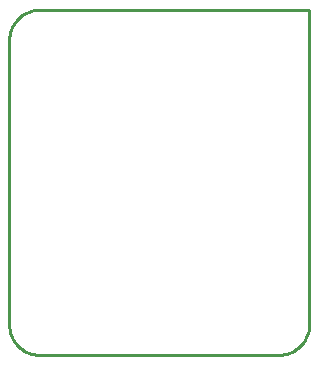
<source format=gbr>
G04 EAGLE Gerber RS-274X export*
G75*
%MOMM*%
%FSLAX34Y34*%
%LPD*%
%IN*%
%IPPOS*%
%AMOC8*
5,1,8,0,0,1.08239X$1,22.5*%
G01*
%ADD10C,0.254000*%


D10*
X2540Y25400D02*
X2637Y23186D01*
X2926Y20989D01*
X3405Y18826D01*
X4072Y16713D01*
X4920Y14666D01*
X5943Y12700D01*
X7134Y10831D01*
X8482Y9073D01*
X9980Y7440D01*
X11613Y5942D01*
X13371Y4594D01*
X15240Y3403D01*
X17206Y2380D01*
X19253Y1532D01*
X21366Y865D01*
X23529Y386D01*
X25726Y97D01*
X27940Y0D01*
X231140Y0D01*
X233354Y97D01*
X235551Y386D01*
X237714Y865D01*
X239827Y1532D01*
X241875Y2380D01*
X243840Y3403D01*
X245709Y4594D01*
X247467Y5942D01*
X249101Y7440D01*
X250598Y9073D01*
X251946Y10831D01*
X253137Y12700D01*
X254160Y14666D01*
X255008Y16713D01*
X255675Y18826D01*
X256154Y20989D01*
X256443Y23186D01*
X256540Y25400D01*
X256540Y292100D01*
X27940Y292100D01*
X25726Y292003D01*
X23529Y291714D01*
X21366Y291235D01*
X19253Y290568D01*
X17206Y289720D01*
X15240Y288697D01*
X13371Y287506D01*
X11613Y286158D01*
X9980Y284661D01*
X8482Y283027D01*
X7134Y281269D01*
X5943Y279400D01*
X4920Y277435D01*
X4072Y275387D01*
X3405Y273274D01*
X2926Y271111D01*
X2637Y268914D01*
X2540Y266700D01*
X2540Y25400D01*
M02*

</source>
